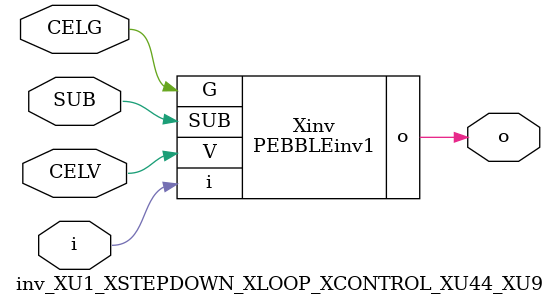
<source format=v>



module PEBBLEinv1 ( o, G, SUB, V, i );

  input V;
  input i;
  input G;
  output o;
  input SUB;
endmodule

//Celera Confidential Do Not Copy inv_XU1_XSTEPDOWN_XLOOP_XCONTROL_XU44_XU9
//Celera Confidential Symbol Generator
//5V Inverter
module inv_XU1_XSTEPDOWN_XLOOP_XCONTROL_XU44_XU9 (CELV,CELG,i,o,SUB);
input CELV;
input CELG;
input i;
input SUB;
output o;

//Celera Confidential Do Not Copy inv
PEBBLEinv1 Xinv(
.V (CELV),
.i (i),
.o (o),
.SUB (SUB),
.G (CELG)
);
//,diesize,PEBBLEinv1

//Celera Confidential Do Not Copy Module End
//Celera Schematic Generator
endmodule

</source>
